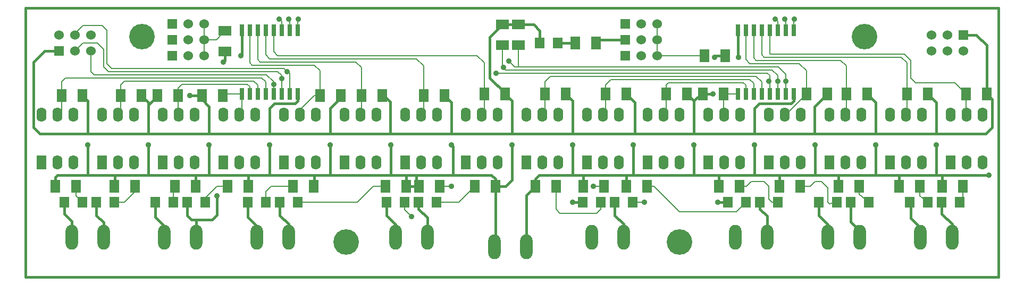
<source format=gtl>
G04 (created by PCBNEW-RS274X (2012-01-19 BZR 3256)-stable) date 15/05/2012 08:53:45*
G01*
G70*
G90*
%MOIN*%
G04 Gerber Fmt 3.4, Leading zero omitted, Abs format*
%FSLAX34Y34*%
G04 APERTURE LIST*
%ADD10C,0.006000*%
%ADD11C,0.015000*%
%ADD12R,0.060000X0.060000*%
%ADD13C,0.060000*%
%ADD14R,0.060000X0.080000*%
%ADD15R,0.062000X0.090000*%
%ADD16O,0.062000X0.090000*%
%ADD17R,0.062900X0.070900*%
%ADD18O,0.078000X0.156000*%
%ADD19R,0.080000X0.060000*%
%ADD20R,0.025000X0.075000*%
%ADD21C,0.160000*%
%ADD22C,0.035000*%
%ADD23C,0.015900*%
%ADD24C,0.008000*%
G04 APERTURE END LIST*
G54D10*
G54D11*
X90700Y-61700D02*
X90700Y-44800D01*
X29700Y-61700D02*
X90700Y-61700D01*
X29700Y-44800D02*
X29700Y-61700D01*
X90700Y-44800D02*
X29700Y-44800D01*
G54D12*
X67300Y-47800D03*
G54D13*
X68300Y-47800D03*
X69300Y-47800D03*
G54D12*
X67300Y-46800D03*
G54D13*
X68300Y-46800D03*
X69300Y-46800D03*
G54D12*
X67300Y-45800D03*
G54D13*
X68300Y-45800D03*
X69300Y-45800D03*
G54D14*
X73550Y-47800D03*
X72250Y-47800D03*
G54D15*
X61100Y-54500D03*
G54D16*
X62100Y-54500D03*
X63100Y-54500D03*
X63100Y-51500D03*
X62100Y-51500D03*
X61100Y-51500D03*
G54D15*
X64900Y-54500D03*
G54D16*
X65900Y-54500D03*
X66900Y-54500D03*
X66900Y-51500D03*
X65900Y-51500D03*
X64900Y-51500D03*
G54D15*
X68700Y-54500D03*
G54D16*
X69700Y-54500D03*
X70700Y-54500D03*
X70700Y-51500D03*
X69700Y-51500D03*
X68700Y-51500D03*
G54D15*
X72500Y-54500D03*
G54D16*
X73500Y-54500D03*
X74500Y-54500D03*
X74500Y-51500D03*
X73500Y-51500D03*
X72500Y-51500D03*
G54D15*
X76300Y-54500D03*
G54D16*
X77300Y-54500D03*
X78300Y-54500D03*
X78300Y-51500D03*
X77300Y-51500D03*
X76300Y-51500D03*
G54D15*
X80100Y-54500D03*
G54D16*
X81100Y-54500D03*
X82100Y-54500D03*
X82100Y-51500D03*
X81100Y-51500D03*
X80100Y-51500D03*
G54D15*
X83900Y-54500D03*
G54D16*
X84900Y-54500D03*
X85900Y-54500D03*
X85900Y-51500D03*
X84900Y-51500D03*
X83900Y-51500D03*
G54D15*
X87700Y-54500D03*
G54D16*
X88700Y-54500D03*
X89700Y-54500D03*
X89700Y-51500D03*
X88700Y-51500D03*
X87700Y-51500D03*
G54D14*
X63550Y-50200D03*
X62250Y-50200D03*
X67350Y-50200D03*
X66050Y-50200D03*
X71150Y-50200D03*
X69850Y-50200D03*
X72150Y-50200D03*
X73450Y-50200D03*
X79950Y-50200D03*
X78650Y-50200D03*
X82450Y-50200D03*
X81150Y-50200D03*
X86250Y-50200D03*
X84950Y-50200D03*
X89950Y-50200D03*
X88650Y-50200D03*
X62950Y-56000D03*
X61650Y-56000D03*
X65950Y-56000D03*
X64650Y-56000D03*
X68650Y-56000D03*
X67350Y-56000D03*
X74450Y-56000D03*
X73150Y-56000D03*
X78250Y-56000D03*
X76950Y-56000D03*
X81950Y-56000D03*
X80650Y-56000D03*
X85750Y-56000D03*
X84450Y-56000D03*
X88450Y-56000D03*
X87150Y-56000D03*
X55650Y-56000D03*
X54350Y-56000D03*
X57850Y-56000D03*
X59150Y-56000D03*
G54D15*
X30700Y-54500D03*
G54D16*
X31700Y-54500D03*
X32700Y-54500D03*
X32700Y-51500D03*
X31700Y-51500D03*
X30700Y-51500D03*
G54D15*
X34500Y-54500D03*
G54D16*
X35500Y-54500D03*
X36500Y-54500D03*
X36500Y-51500D03*
X35500Y-51500D03*
X34500Y-51500D03*
G54D15*
X38300Y-54500D03*
G54D16*
X39300Y-54500D03*
X40300Y-54500D03*
X40300Y-51500D03*
X39300Y-51500D03*
X38300Y-51500D03*
G54D15*
X42100Y-54500D03*
G54D16*
X43100Y-54500D03*
X44100Y-54500D03*
X44100Y-51500D03*
X43100Y-51500D03*
X42100Y-51500D03*
G54D15*
X45900Y-54500D03*
G54D16*
X46900Y-54500D03*
X47900Y-54500D03*
X47900Y-51500D03*
X46900Y-51500D03*
X45900Y-51500D03*
G54D15*
X49700Y-54500D03*
G54D16*
X50700Y-54500D03*
X51700Y-54500D03*
X51700Y-51500D03*
X50700Y-51500D03*
X49700Y-51500D03*
G54D15*
X53500Y-54500D03*
G54D16*
X54500Y-54500D03*
X55500Y-54500D03*
X55500Y-51500D03*
X54500Y-51500D03*
X53500Y-51500D03*
G54D15*
X57300Y-54500D03*
G54D16*
X58300Y-54500D03*
X59300Y-54500D03*
X59300Y-51500D03*
X58300Y-51500D03*
X57300Y-51500D03*
G54D14*
X52250Y-56000D03*
X53550Y-56000D03*
X46450Y-56000D03*
X47750Y-56000D03*
X42350Y-56000D03*
X43650Y-56000D03*
X39050Y-56000D03*
X40350Y-56000D03*
X36550Y-56000D03*
X35250Y-56000D03*
X32850Y-56000D03*
X31550Y-56000D03*
X59750Y-50200D03*
X58450Y-50200D03*
X55950Y-50300D03*
X54650Y-50300D03*
X52050Y-50300D03*
X50750Y-50300D03*
X49450Y-50300D03*
X48150Y-50300D03*
X40750Y-50300D03*
X42050Y-50300D03*
X37950Y-50300D03*
X39250Y-50300D03*
X36950Y-50300D03*
X35650Y-50300D03*
X33250Y-50300D03*
X31950Y-50300D03*
G54D17*
X39841Y-57000D03*
X40959Y-57000D03*
X37841Y-57000D03*
X38959Y-57000D03*
X34141Y-57000D03*
X35259Y-57000D03*
X32141Y-57000D03*
X33259Y-57000D03*
G54D18*
X52910Y-59200D03*
X54880Y-59200D03*
X44210Y-59200D03*
X46180Y-59200D03*
X38410Y-59200D03*
X40380Y-59200D03*
X32610Y-59200D03*
X34580Y-59200D03*
X85810Y-59200D03*
X87780Y-59200D03*
X80010Y-59200D03*
X81980Y-59200D03*
X74210Y-59200D03*
X76180Y-59200D03*
X65210Y-59200D03*
X67180Y-59200D03*
G54D17*
X54341Y-57000D03*
X55459Y-57000D03*
X52341Y-57000D03*
X53459Y-57000D03*
X45641Y-57000D03*
X46759Y-57000D03*
X43641Y-57000D03*
X44759Y-57000D03*
X87141Y-57000D03*
X88259Y-57000D03*
X85141Y-57000D03*
X86259Y-57000D03*
X81441Y-57000D03*
X82559Y-57000D03*
X79441Y-57000D03*
X80559Y-57000D03*
X75741Y-57000D03*
X76859Y-57000D03*
X73741Y-57000D03*
X74859Y-57000D03*
X66641Y-57000D03*
X67759Y-57000D03*
X64641Y-57000D03*
X65759Y-57000D03*
G54D19*
X60600Y-45850D03*
X60600Y-47150D03*
X59600Y-45850D03*
X59600Y-47150D03*
G54D12*
X31800Y-47500D03*
G54D13*
X31800Y-46500D03*
X32800Y-47500D03*
X32800Y-46500D03*
X33800Y-47500D03*
X33800Y-46500D03*
G54D12*
X88500Y-46500D03*
G54D13*
X88500Y-47500D03*
X87500Y-46500D03*
X87500Y-47500D03*
X86500Y-46500D03*
X86500Y-47500D03*
G54D18*
X59110Y-59800D03*
X61080Y-59800D03*
G54D12*
X38900Y-47800D03*
G54D13*
X39900Y-47800D03*
X40900Y-47800D03*
G54D12*
X38900Y-46800D03*
G54D13*
X39900Y-46800D03*
X40900Y-46800D03*
G54D12*
X38900Y-45800D03*
G54D13*
X39900Y-45800D03*
X40900Y-45800D03*
G54D19*
X42200Y-47550D03*
X42200Y-46250D03*
G54D20*
X46750Y-46200D03*
X46250Y-46200D03*
X45750Y-46200D03*
X45250Y-46200D03*
X44750Y-46200D03*
X44250Y-46200D03*
X43750Y-46200D03*
X43250Y-46200D03*
X43250Y-50200D03*
X43750Y-50200D03*
X44250Y-50200D03*
X44750Y-50200D03*
X45250Y-50200D03*
X45750Y-50200D03*
X46250Y-50200D03*
X46750Y-50200D03*
X77850Y-46200D03*
X77350Y-46200D03*
X76850Y-46200D03*
X76350Y-46200D03*
X75850Y-46200D03*
X75350Y-46200D03*
X74850Y-46200D03*
X74350Y-46200D03*
X74350Y-50200D03*
X74850Y-50200D03*
X75350Y-50200D03*
X75850Y-50200D03*
X76350Y-50200D03*
X76850Y-50200D03*
X77350Y-50200D03*
X77850Y-50200D03*
G54D14*
X64150Y-47000D03*
X65450Y-47000D03*
G54D17*
X61941Y-47000D03*
X63059Y-47000D03*
G54D21*
X37000Y-46600D03*
X82300Y-46600D03*
X70700Y-59500D03*
X49800Y-59500D03*
G54D22*
X42100Y-48200D03*
X40000Y-50300D03*
X72800Y-50200D03*
X72900Y-47900D03*
X76300Y-49400D03*
X59200Y-48900D03*
X45250Y-49600D03*
X73100Y-57000D03*
X64000Y-57000D03*
X41700Y-56600D03*
X45750Y-49250D03*
X59650Y-48550D03*
X76850Y-49400D03*
X46100Y-48800D03*
X77350Y-49400D03*
X60000Y-48150D03*
X43200Y-47800D03*
X74400Y-47900D03*
X67800Y-53400D03*
X64000Y-53400D03*
X86800Y-53400D03*
X75400Y-53400D03*
X79200Y-53400D03*
X41200Y-53400D03*
X83000Y-53400D03*
X90100Y-55300D03*
X71600Y-53400D03*
X56400Y-53400D03*
X48800Y-53400D03*
X37400Y-53400D03*
X52600Y-53400D03*
X45000Y-53400D03*
X60200Y-53400D03*
X33600Y-53400D03*
X65300Y-56000D03*
X68500Y-57000D03*
X46200Y-45500D03*
X77900Y-45500D03*
X76700Y-45500D03*
X53900Y-57900D03*
X56400Y-56000D03*
X77300Y-45500D03*
X45600Y-45500D03*
X46800Y-45500D03*
G54D23*
X45000Y-51100D02*
X45000Y-52700D01*
X40750Y-50300D02*
X40000Y-50300D01*
X42200Y-48100D02*
X42200Y-47550D01*
X42100Y-48200D02*
X42200Y-48100D01*
X45200Y-52700D02*
X45600Y-52700D01*
X86800Y-52700D02*
X89700Y-52700D01*
X60500Y-52700D02*
X64000Y-52700D01*
X40750Y-50300D02*
X40750Y-50550D01*
X37800Y-52700D02*
X41200Y-52700D01*
X75400Y-52700D02*
X79200Y-52700D01*
X60200Y-50650D02*
X59750Y-50200D01*
X37600Y-52700D02*
X37800Y-52700D01*
X31800Y-47500D02*
X30900Y-47500D01*
X55950Y-50300D02*
X56400Y-50750D01*
X56400Y-50750D02*
X56400Y-52700D01*
X52050Y-50300D02*
X52150Y-50300D01*
X52550Y-50700D02*
X52550Y-52700D01*
X52150Y-50300D02*
X52550Y-50700D01*
X48800Y-52700D02*
X49000Y-52700D01*
X37400Y-52700D02*
X37600Y-52700D01*
X64000Y-52700D02*
X64000Y-50650D01*
X60600Y-45850D02*
X61550Y-45850D01*
X41700Y-52700D02*
X45000Y-52700D01*
X49600Y-52700D02*
X52550Y-52700D01*
X90300Y-52300D02*
X90300Y-50550D01*
X33600Y-52700D02*
X33600Y-50650D01*
X60200Y-52700D02*
X60200Y-50650D01*
X49450Y-50450D02*
X48800Y-51100D01*
X90300Y-50550D02*
X89950Y-50200D01*
X72150Y-50200D02*
X72050Y-50200D01*
X37400Y-50750D02*
X36950Y-50300D01*
X37400Y-52700D02*
X37400Y-50900D01*
X67900Y-52700D02*
X67900Y-50750D01*
X33600Y-50650D02*
X33250Y-50300D01*
X71600Y-50650D02*
X71150Y-50200D01*
X37400Y-50900D02*
X37400Y-50750D01*
X72150Y-50200D02*
X72800Y-50200D01*
X45000Y-52700D02*
X45200Y-52700D01*
X41200Y-52700D02*
X41400Y-52700D01*
X58800Y-49200D02*
X58800Y-46650D01*
X52550Y-52700D02*
X52700Y-52700D01*
X37950Y-50300D02*
X37950Y-50350D01*
X71600Y-52700D02*
X71600Y-50650D01*
X75400Y-51100D02*
X75400Y-52700D01*
X59750Y-50150D02*
X58800Y-49200D01*
X37950Y-50350D02*
X37400Y-50900D01*
X48800Y-51100D02*
X48800Y-52700D01*
X79150Y-51000D02*
X79150Y-52700D01*
X30200Y-52300D02*
X30600Y-52700D01*
X79200Y-52700D02*
X83000Y-52700D01*
X45600Y-52700D02*
X48800Y-52700D01*
X89950Y-50200D02*
X89950Y-47150D01*
X40750Y-50550D02*
X41200Y-51000D01*
X71600Y-52700D02*
X75400Y-52700D01*
X46750Y-50200D02*
X46750Y-50650D01*
X83000Y-52700D02*
X86800Y-52700D01*
X79950Y-50200D02*
X79150Y-51000D01*
X86800Y-52700D02*
X86800Y-50750D01*
X64000Y-52700D02*
X67900Y-52700D01*
X89950Y-47150D02*
X89300Y-46500D01*
X49000Y-52700D02*
X49600Y-52700D01*
X67900Y-50750D02*
X67350Y-50200D01*
X46750Y-50650D02*
X46600Y-50800D01*
X46600Y-50800D02*
X45300Y-50800D01*
X45300Y-50800D02*
X45000Y-51100D01*
X89900Y-52700D02*
X90300Y-52300D01*
X89700Y-52700D02*
X89900Y-52700D01*
X56400Y-52700D02*
X56600Y-52700D01*
X83000Y-52700D02*
X83000Y-50750D01*
X59600Y-45850D02*
X60600Y-45850D01*
X52800Y-52700D02*
X53500Y-52700D01*
X49450Y-50300D02*
X49450Y-50450D01*
X72900Y-47900D02*
X73000Y-47800D01*
X73000Y-47800D02*
X73550Y-47800D01*
X30200Y-48200D02*
X30200Y-52300D01*
X72050Y-50200D02*
X71600Y-50650D01*
X89300Y-46500D02*
X88500Y-46500D01*
X67900Y-52700D02*
X71600Y-52700D01*
X61550Y-45850D02*
X61941Y-46241D01*
X53500Y-52700D02*
X56400Y-52700D01*
X86800Y-50750D02*
X86250Y-50200D01*
X61941Y-46241D02*
X61941Y-47000D01*
X77850Y-50200D02*
X77850Y-50650D01*
X59750Y-50200D02*
X59750Y-50150D01*
X52700Y-52700D02*
X52800Y-52700D01*
X41200Y-51000D02*
X41200Y-52700D01*
X41400Y-52700D02*
X41700Y-52700D01*
X60200Y-52700D02*
X60500Y-52700D01*
X30900Y-47500D02*
X30200Y-48200D01*
X57300Y-52700D02*
X60200Y-52700D01*
X83000Y-50750D02*
X82450Y-50200D01*
X77700Y-50800D02*
X75700Y-50800D01*
X56600Y-52700D02*
X57300Y-52700D01*
X64000Y-50650D02*
X63550Y-50200D01*
X33800Y-52700D02*
X37400Y-52700D01*
X77850Y-50650D02*
X77700Y-50800D01*
X75700Y-50800D02*
X75400Y-51100D01*
X79150Y-52700D02*
X79200Y-52700D01*
X58800Y-46650D02*
X59600Y-45850D01*
X30600Y-52700D02*
X33600Y-52700D01*
X33600Y-52700D02*
X33800Y-52700D01*
G54D24*
X45250Y-49550D02*
X45250Y-49450D01*
X59250Y-48950D02*
X59300Y-48950D01*
X44800Y-49000D02*
X45250Y-49450D01*
X33800Y-48800D02*
X34000Y-49000D01*
X45250Y-49550D02*
X45250Y-49600D01*
X76350Y-49300D02*
X76350Y-49250D01*
X59350Y-48900D02*
X59200Y-48900D01*
X76350Y-49300D02*
X76350Y-49050D01*
X76350Y-49050D02*
X76200Y-48900D01*
X59200Y-48900D02*
X59250Y-48950D01*
X76200Y-48900D02*
X76000Y-48900D01*
X76350Y-49400D02*
X76350Y-49300D01*
X45250Y-49600D02*
X45250Y-50200D01*
X33800Y-47500D02*
X33800Y-48800D01*
X76350Y-49400D02*
X76300Y-49400D01*
X76350Y-50200D02*
X76350Y-49400D01*
X34000Y-49000D02*
X44800Y-49000D01*
X76000Y-48900D02*
X59350Y-48900D01*
X45250Y-46200D02*
X45250Y-47550D01*
X58450Y-51350D02*
X58300Y-51500D01*
X58450Y-50200D02*
X58450Y-51350D01*
X45250Y-47550D02*
X45500Y-47800D01*
X58000Y-47800D02*
X58450Y-48250D01*
X58450Y-48250D02*
X58450Y-50200D01*
X45500Y-47800D02*
X58000Y-47800D01*
X54650Y-51350D02*
X54500Y-51500D01*
X54200Y-48000D02*
X54650Y-48450D01*
X44750Y-46200D02*
X44750Y-47750D01*
X54650Y-48450D02*
X54650Y-50300D01*
X44750Y-47750D02*
X45000Y-48000D01*
X45000Y-48000D02*
X54200Y-48000D01*
X54650Y-50300D02*
X54650Y-51350D01*
X81150Y-51450D02*
X81100Y-51500D01*
X81150Y-50200D02*
X81150Y-51450D01*
X75350Y-47950D02*
X75500Y-48100D01*
X75500Y-48100D02*
X80800Y-48100D01*
X80800Y-48100D02*
X81150Y-48450D01*
X81150Y-48450D02*
X81150Y-50200D01*
X75350Y-46200D02*
X75350Y-47950D01*
X77350Y-51500D02*
X78650Y-50200D01*
X74850Y-48050D02*
X75100Y-48300D01*
X74850Y-46200D02*
X74850Y-48050D01*
X78200Y-48300D02*
X78650Y-48750D01*
X77300Y-51500D02*
X77350Y-51500D01*
X75100Y-48300D02*
X78200Y-48300D01*
X78650Y-48750D02*
X78650Y-50200D01*
X73450Y-50200D02*
X73450Y-51450D01*
X74350Y-50200D02*
X73450Y-50200D01*
X73450Y-51450D02*
X73500Y-51500D01*
X69850Y-50200D02*
X69850Y-51350D01*
X74850Y-49650D02*
X74700Y-49500D01*
X69850Y-51350D02*
X69700Y-51500D01*
X74700Y-49500D02*
X70000Y-49500D01*
X70000Y-49500D02*
X69850Y-49650D01*
X74850Y-50200D02*
X74850Y-49650D01*
X69850Y-49650D02*
X69850Y-50200D01*
X66050Y-49650D02*
X66050Y-50200D01*
X75350Y-50200D02*
X75350Y-49550D01*
X66400Y-49300D02*
X66050Y-49650D01*
X75100Y-49300D02*
X66400Y-49300D01*
X75350Y-49550D02*
X75100Y-49300D01*
X66050Y-50200D02*
X66050Y-51350D01*
X66050Y-51350D02*
X65900Y-51500D01*
X62250Y-50200D02*
X62250Y-51350D01*
X62250Y-49450D02*
X62250Y-50200D01*
X75850Y-50200D02*
X75850Y-49450D01*
X62250Y-51350D02*
X62100Y-51500D01*
X75850Y-49450D02*
X75500Y-49100D01*
X62600Y-49100D02*
X62250Y-49450D01*
X75500Y-49100D02*
X62600Y-49100D01*
X44250Y-46200D02*
X44250Y-48050D01*
X50750Y-48550D02*
X50750Y-50300D01*
X50750Y-51450D02*
X50700Y-51500D01*
X50750Y-51450D02*
X50700Y-51500D01*
X50400Y-48200D02*
X50750Y-48550D01*
X44250Y-48050D02*
X44400Y-48200D01*
X44400Y-48200D02*
X50400Y-48200D01*
X50750Y-50200D02*
X50750Y-51450D01*
X50750Y-50300D02*
X50750Y-51450D01*
X43900Y-48400D02*
X47800Y-48400D01*
X46900Y-51200D02*
X46900Y-51500D01*
X43750Y-48250D02*
X43900Y-48400D01*
X48150Y-50300D02*
X47800Y-50300D01*
X48150Y-48750D02*
X48150Y-50300D01*
X43750Y-46200D02*
X43750Y-48250D01*
X47800Y-50300D02*
X46900Y-51200D01*
X47800Y-48400D02*
X48150Y-48750D01*
X43250Y-50200D02*
X43250Y-51350D01*
X43250Y-51350D02*
X43100Y-51500D01*
X43250Y-50200D02*
X42150Y-50200D01*
X42150Y-50200D02*
X42050Y-50300D01*
X39500Y-49600D02*
X39250Y-49850D01*
X39250Y-49850D02*
X39250Y-50300D01*
X43750Y-50200D02*
X43750Y-49750D01*
X39250Y-51450D02*
X39300Y-51500D01*
X43750Y-49750D02*
X43600Y-49600D01*
X39250Y-50300D02*
X39250Y-51450D01*
X43600Y-49600D02*
X39500Y-49600D01*
X35900Y-49400D02*
X44000Y-49400D01*
X44000Y-49400D02*
X44250Y-49650D01*
X44250Y-49650D02*
X44250Y-50200D01*
X35650Y-49650D02*
X35900Y-49400D01*
X35650Y-50300D02*
X35650Y-49650D01*
X35650Y-51350D02*
X35500Y-51500D01*
X35650Y-50300D02*
X35650Y-51350D01*
X44750Y-49450D02*
X44500Y-49200D01*
X32200Y-49200D02*
X31950Y-49450D01*
X31950Y-50300D02*
X31950Y-51250D01*
X44500Y-49200D02*
X32200Y-49200D01*
X31950Y-49450D02*
X31950Y-50300D01*
X31950Y-51250D02*
X31700Y-51500D01*
X44750Y-50200D02*
X44750Y-49450D01*
X87950Y-49500D02*
X88650Y-50200D01*
X76350Y-46200D02*
X76350Y-47668D01*
X76350Y-47668D02*
X76382Y-47700D01*
X85200Y-49200D02*
X85500Y-49500D01*
X88650Y-51450D02*
X88700Y-51500D01*
X85500Y-49500D02*
X87950Y-49500D01*
X88650Y-50200D02*
X88650Y-51450D01*
X85200Y-48100D02*
X85200Y-49200D01*
X84800Y-47700D02*
X85200Y-48100D01*
X76382Y-47700D02*
X84800Y-47700D01*
X84600Y-47900D02*
X84950Y-48250D01*
X84950Y-48250D02*
X84950Y-50200D01*
X75850Y-46200D02*
X75850Y-47750D01*
X84950Y-51450D02*
X84900Y-51500D01*
X84950Y-50200D02*
X84950Y-51450D01*
X75850Y-47750D02*
X76000Y-47900D01*
X76000Y-47900D02*
X84600Y-47900D01*
G54D23*
X54880Y-59200D02*
X54880Y-57980D01*
X54341Y-57441D02*
X54341Y-57000D01*
X54880Y-57980D02*
X54341Y-57441D01*
X52341Y-57841D02*
X52341Y-57000D01*
X52910Y-58410D02*
X52341Y-57841D01*
X52910Y-59200D02*
X52910Y-58410D01*
X81980Y-58780D02*
X81441Y-58241D01*
X81441Y-58241D02*
X81441Y-57000D01*
X81980Y-59200D02*
X81980Y-58780D01*
X80010Y-59200D02*
X80010Y-58410D01*
X80010Y-58410D02*
X79441Y-57841D01*
X79441Y-57841D02*
X79441Y-57000D01*
X75741Y-57441D02*
X75741Y-57000D01*
X76180Y-59200D02*
X76180Y-57880D01*
X76180Y-57880D02*
X75741Y-57441D01*
X73100Y-57000D02*
X73741Y-57000D01*
X67180Y-58380D02*
X66641Y-57841D01*
X67180Y-59200D02*
X67180Y-58380D01*
X66641Y-57841D02*
X66641Y-57000D01*
X64000Y-57000D02*
X64641Y-57000D01*
X46180Y-59200D02*
X46180Y-58380D01*
X45641Y-57841D02*
X45641Y-57000D01*
X46180Y-58380D02*
X45641Y-57841D01*
X44210Y-59200D02*
X44210Y-58510D01*
X43641Y-57941D02*
X43641Y-57000D01*
X44210Y-58510D02*
X43641Y-57941D01*
X40380Y-58400D02*
X40380Y-58380D01*
X40380Y-58100D02*
X40400Y-58100D01*
X40380Y-59200D02*
X40380Y-58400D01*
X40500Y-58100D02*
X40400Y-58100D01*
X40380Y-59120D02*
X40380Y-59200D01*
X40100Y-58100D02*
X40400Y-58100D01*
X40380Y-58400D02*
X40380Y-58100D01*
X39841Y-57800D02*
X39841Y-57000D01*
X39841Y-57800D02*
X39841Y-57841D01*
X41700Y-56600D02*
X41700Y-57800D01*
X39841Y-57841D02*
X40100Y-58100D01*
X41300Y-58100D02*
X40500Y-58100D01*
X41400Y-58100D02*
X41300Y-58100D01*
X41700Y-57800D02*
X41400Y-58100D01*
X38410Y-59200D02*
X38410Y-58510D01*
X38410Y-58510D02*
X37841Y-57941D01*
X37841Y-57941D02*
X37841Y-57000D01*
X34580Y-59200D02*
X34580Y-58280D01*
X34580Y-58280D02*
X34141Y-57841D01*
X34141Y-57841D02*
X34141Y-57000D01*
X32610Y-58210D02*
X32141Y-57741D01*
X32141Y-57741D02*
X32141Y-57000D01*
X32610Y-59200D02*
X32610Y-58210D01*
X87780Y-58380D02*
X87141Y-57741D01*
X87141Y-57741D02*
X87141Y-57000D01*
X87780Y-59200D02*
X87780Y-58380D01*
X85810Y-59200D02*
X85810Y-58610D01*
X85810Y-58610D02*
X85200Y-58000D01*
X85200Y-58000D02*
X85200Y-57159D01*
X85200Y-57159D02*
X85141Y-57000D01*
G54D24*
X32800Y-47500D02*
X33300Y-47000D01*
X34600Y-47400D02*
X34600Y-48518D01*
X33300Y-47000D02*
X34200Y-47000D01*
X76500Y-48700D02*
X65700Y-48700D01*
X34882Y-48800D02*
X45500Y-48800D01*
X45750Y-49450D02*
X45750Y-50200D01*
X34200Y-47000D02*
X34600Y-47400D01*
X34600Y-48518D02*
X34882Y-48800D01*
X45750Y-49250D02*
X45750Y-49450D01*
X76850Y-49050D02*
X76500Y-48700D01*
X76850Y-49400D02*
X76850Y-49050D01*
X45750Y-49050D02*
X45750Y-49250D01*
X76850Y-50200D02*
X76850Y-49400D01*
X59800Y-48700D02*
X65700Y-48700D01*
X45500Y-48800D02*
X45750Y-49050D01*
X59650Y-48550D02*
X59800Y-48700D01*
X59600Y-48500D02*
X59650Y-48550D01*
X59600Y-47150D02*
X59600Y-48500D01*
X46150Y-48800D02*
X46150Y-48850D01*
X34800Y-46200D02*
X34800Y-48300D01*
X60600Y-47150D02*
X60600Y-48518D01*
X76886Y-48518D02*
X60600Y-48518D01*
X60600Y-48518D02*
X60368Y-48518D01*
X60368Y-48518D02*
X60000Y-48150D01*
X46250Y-49450D02*
X46250Y-50200D01*
X77350Y-49400D02*
X77350Y-48982D01*
X34500Y-45900D02*
X34800Y-46200D01*
X77350Y-48982D02*
X76886Y-48518D01*
X32800Y-46400D02*
X33300Y-45900D01*
X33300Y-45900D02*
X34500Y-45900D01*
X46250Y-48950D02*
X46250Y-49450D01*
X46150Y-48850D02*
X46250Y-48950D01*
X45900Y-48600D02*
X46150Y-48850D01*
X46100Y-48800D02*
X46125Y-48825D01*
X35100Y-48600D02*
X45900Y-48600D01*
X34800Y-48300D02*
X35100Y-48600D01*
X77350Y-50200D02*
X77350Y-49400D01*
X32800Y-46500D02*
X32800Y-46400D01*
X46125Y-48825D02*
X46150Y-48800D01*
G54D23*
X67300Y-46800D02*
X65650Y-46800D01*
X43250Y-47750D02*
X43200Y-47800D01*
X74350Y-46200D02*
X74350Y-47850D01*
X74350Y-47850D02*
X74400Y-47900D01*
X43250Y-46200D02*
X43250Y-47750D01*
X65650Y-46800D02*
X65450Y-47000D01*
X54200Y-55300D02*
X54200Y-55950D01*
X83000Y-53400D02*
X83000Y-55300D01*
X37400Y-55300D02*
X39000Y-55300D01*
X67800Y-55300D02*
X67800Y-53400D01*
X61650Y-55550D02*
X61900Y-55300D01*
X90100Y-55300D02*
X87200Y-55300D01*
X87200Y-55300D02*
X86800Y-55300D01*
X31550Y-56000D02*
X31550Y-55450D01*
X64000Y-55300D02*
X64000Y-53400D01*
X86800Y-53400D02*
X86800Y-55300D01*
X71600Y-53400D02*
X71600Y-55300D01*
X75400Y-53400D02*
X75400Y-55300D01*
X79200Y-53400D02*
X79200Y-55300D01*
X35300Y-55950D02*
X35250Y-56000D01*
X83000Y-55300D02*
X84500Y-55300D01*
X48800Y-53400D02*
X48800Y-55300D01*
X80650Y-55300D02*
X83000Y-55300D01*
X37400Y-53400D02*
X37400Y-55300D01*
X84450Y-56000D02*
X84450Y-55300D01*
X61080Y-56570D02*
X61650Y-56000D01*
X56400Y-53400D02*
X56500Y-53500D01*
X56500Y-53500D02*
X56500Y-55300D01*
X54200Y-55950D02*
X54250Y-56000D01*
X52600Y-53400D02*
X52600Y-55300D01*
X67400Y-55300D02*
X67800Y-55300D01*
X52600Y-55300D02*
X53100Y-55300D01*
X87150Y-55300D02*
X87200Y-55300D01*
X87150Y-55500D02*
X87150Y-55300D01*
X43650Y-55300D02*
X43700Y-55300D01*
X53500Y-55300D02*
X54200Y-55300D01*
X64650Y-56000D02*
X64650Y-55300D01*
X40350Y-55300D02*
X40400Y-55300D01*
X53550Y-55300D02*
X53500Y-55300D01*
X76950Y-56000D02*
X76950Y-55300D01*
X71600Y-55300D02*
X73200Y-55300D01*
X67800Y-55300D02*
X71600Y-55300D01*
X58900Y-55300D02*
X56500Y-55300D01*
X56500Y-55300D02*
X54200Y-55300D01*
X59150Y-59760D02*
X59110Y-59800D01*
X46600Y-55300D02*
X47800Y-55300D01*
X61650Y-56000D02*
X61650Y-55550D01*
X61900Y-55300D02*
X64000Y-55300D01*
X64000Y-55300D02*
X64700Y-55300D01*
X51800Y-55300D02*
X52600Y-55300D01*
X40350Y-56000D02*
X40350Y-55300D01*
X84450Y-55300D02*
X84500Y-55300D01*
X35300Y-55300D02*
X35300Y-55950D01*
X54350Y-56000D02*
X53550Y-56000D01*
X80650Y-55300D02*
X80600Y-55300D01*
X45000Y-55300D02*
X45000Y-53400D01*
X43900Y-55300D02*
X45000Y-55300D01*
X73150Y-56000D02*
X73150Y-55300D01*
X42800Y-55300D02*
X43700Y-55300D01*
X43650Y-55300D02*
X43700Y-55300D01*
X77000Y-55300D02*
X79200Y-55300D01*
X47800Y-55300D02*
X47800Y-55950D01*
X61080Y-59800D02*
X61080Y-56570D01*
X79200Y-55300D02*
X80600Y-55300D01*
X47800Y-55300D02*
X48800Y-55300D01*
X59150Y-55550D02*
X58900Y-55300D01*
X48800Y-55300D02*
X51800Y-55300D01*
X47800Y-55950D02*
X47750Y-56000D01*
X64700Y-55300D02*
X67400Y-55300D01*
X53100Y-55300D02*
X53500Y-55300D01*
X45000Y-55300D02*
X46600Y-55300D01*
X43650Y-56000D02*
X43650Y-55300D01*
X60200Y-53400D02*
X60200Y-55600D01*
X31550Y-55450D02*
X31700Y-55300D01*
X41200Y-53400D02*
X41200Y-55300D01*
X86800Y-55300D02*
X86900Y-55300D01*
X76950Y-55300D02*
X77000Y-55300D01*
X59800Y-56000D02*
X59150Y-56000D01*
X33600Y-55300D02*
X35300Y-55300D01*
X31700Y-55300D02*
X33600Y-55300D01*
X59150Y-56000D02*
X59150Y-55550D01*
X59150Y-56000D02*
X59150Y-59760D01*
X84500Y-55300D02*
X86800Y-55300D01*
X86800Y-55300D02*
X86900Y-55300D01*
X43700Y-55300D02*
X43900Y-55300D01*
X40400Y-55300D02*
X41200Y-55300D01*
X41200Y-55300D02*
X42800Y-55300D01*
X39000Y-55300D02*
X40400Y-55300D01*
X53550Y-56000D02*
X53550Y-55300D01*
X73150Y-55300D02*
X73200Y-55300D01*
X87150Y-55550D02*
X87150Y-55500D01*
X60200Y-55600D02*
X59800Y-56000D01*
X87150Y-55500D02*
X87150Y-56000D01*
X73200Y-55300D02*
X75400Y-55300D01*
X75400Y-55300D02*
X77000Y-55300D01*
X67350Y-56000D02*
X67350Y-55300D01*
X67350Y-55300D02*
X67400Y-55300D01*
X35300Y-55300D02*
X37400Y-55300D01*
X33600Y-53400D02*
X33600Y-55300D01*
X80650Y-56000D02*
X80650Y-55300D01*
X64650Y-55300D02*
X64700Y-55300D01*
G54D24*
X85750Y-56000D02*
X85750Y-56591D01*
X85750Y-56591D02*
X86259Y-57000D01*
X80100Y-57100D02*
X80559Y-57000D01*
X79200Y-55700D02*
X79600Y-55700D01*
X79600Y-55700D02*
X80000Y-56100D01*
X78900Y-56000D02*
X79200Y-55700D01*
X80000Y-56100D02*
X80000Y-57000D01*
X80000Y-57000D02*
X80100Y-57100D01*
X78250Y-56000D02*
X78900Y-56000D01*
X88450Y-56909D02*
X88259Y-57000D01*
X88450Y-56000D02*
X88450Y-56909D01*
X65950Y-56000D02*
X65300Y-56000D01*
X68500Y-57000D02*
X67759Y-57000D01*
X62950Y-57450D02*
X63200Y-57700D01*
X63200Y-57700D02*
X65500Y-57700D01*
X62950Y-56000D02*
X62950Y-57450D01*
X65759Y-57441D02*
X65759Y-57000D01*
X65500Y-57700D02*
X65759Y-57441D01*
X81950Y-56491D02*
X82559Y-57000D01*
X81950Y-56000D02*
X81950Y-56491D01*
X46250Y-45550D02*
X46250Y-46200D01*
X46250Y-45550D02*
X46200Y-45500D01*
X77850Y-45550D02*
X77900Y-45500D01*
X77850Y-46200D02*
X77850Y-45550D01*
X76850Y-46200D02*
X76850Y-45650D01*
X76850Y-45650D02*
X76700Y-45500D01*
X51500Y-56000D02*
X52250Y-56000D01*
X50500Y-57000D02*
X51500Y-56000D01*
X46759Y-57000D02*
X50500Y-57000D01*
X32850Y-56591D02*
X33259Y-57000D01*
X32850Y-56000D02*
X32850Y-56591D01*
X36550Y-56350D02*
X35900Y-57000D01*
X36550Y-56000D02*
X36550Y-56350D01*
X35900Y-57000D02*
X35259Y-57000D01*
X56400Y-56000D02*
X55650Y-56000D01*
X53459Y-57459D02*
X53900Y-57900D01*
X53459Y-57000D02*
X53459Y-57459D01*
X56850Y-57000D02*
X57850Y-56000D01*
X55459Y-57000D02*
X56850Y-57000D01*
X44759Y-56341D02*
X45100Y-56000D01*
X44759Y-57000D02*
X44759Y-56341D01*
X45100Y-56000D02*
X46450Y-56000D01*
X76300Y-56800D02*
X76500Y-57000D01*
X76000Y-55700D02*
X76300Y-56000D01*
X76300Y-56000D02*
X76300Y-56800D01*
X76500Y-57000D02*
X76859Y-57000D01*
X75200Y-55700D02*
X76000Y-55700D01*
X74450Y-56000D02*
X74900Y-56000D01*
X74900Y-56000D02*
X75200Y-55700D01*
X70700Y-57600D02*
X74259Y-57600D01*
X69100Y-56000D02*
X70700Y-57600D01*
X68650Y-56000D02*
X69100Y-56000D01*
X74259Y-57600D02*
X74859Y-57000D01*
X38959Y-56091D02*
X39050Y-56000D01*
X38959Y-57000D02*
X38959Y-56091D01*
X42000Y-56000D02*
X42350Y-56000D01*
X41700Y-56000D02*
X42350Y-56000D01*
X40959Y-56741D02*
X41700Y-56000D01*
X40959Y-57000D02*
X40959Y-56741D01*
X42350Y-56000D02*
X42000Y-56000D01*
X77350Y-45550D02*
X77300Y-45500D01*
X77350Y-46200D02*
X77350Y-45550D01*
X45750Y-45650D02*
X45600Y-45500D01*
X45750Y-45650D02*
X45750Y-46200D01*
X46750Y-45550D02*
X46800Y-45500D01*
X46750Y-45550D02*
X46750Y-46200D01*
G54D23*
X63059Y-47000D02*
X64150Y-47000D01*
G54D24*
X69300Y-45800D02*
X69300Y-46800D01*
X69300Y-46800D02*
X69300Y-47800D01*
X72250Y-47800D02*
X69300Y-47800D01*
X40900Y-46800D02*
X41650Y-46800D01*
X41650Y-46800D02*
X42200Y-46250D01*
X40900Y-45800D02*
X40900Y-46800D01*
X40900Y-46800D02*
X40900Y-47800D01*
M02*

</source>
